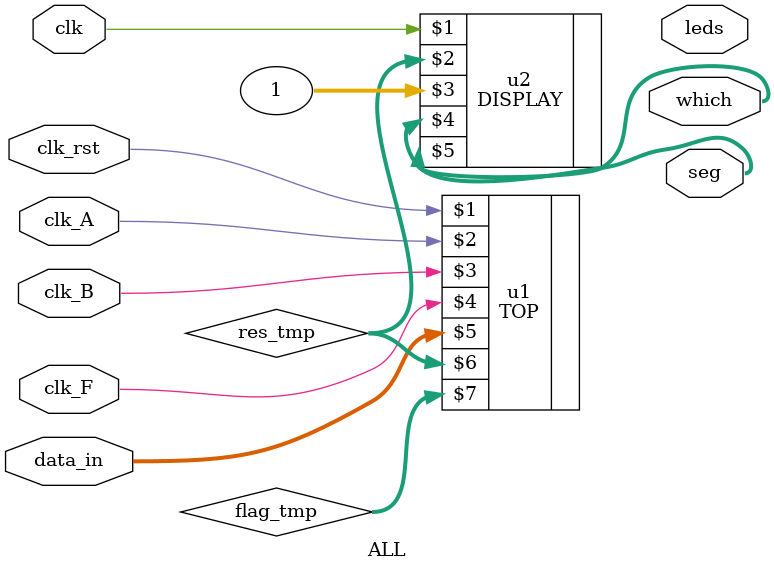
<source format=v>
`timescale 1ns / 1ps


module ALL(
    input clk,
    input clk_rst,
    input clk_A,
    input clk_B,
    input clk_F,
    input [31:0]data_in,
    output [3:0]leds,
    output [2:0]which,
    output [7:0]seg
);

wire [31:0]res_tmp;
wire [3:0]flag_tmp;

TOP u1(clk_rst,clk_A,clk_B,clk_F,data_in,res_tmp,flag_tmp);
DISPLAY u2(clk,res_tmp,1,which,seg);

endmodule

</source>
